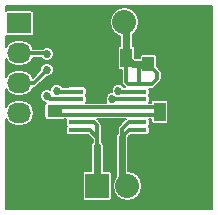
<source format=gbr>
G04 #@! TF.FileFunction,Copper,L1,Top,Signal*
%FSLAX46Y46*%
G04 Gerber Fmt 4.6, Leading zero omitted, Abs format (unit mm)*
G04 Created by KiCad (PCBNEW 0.201506122246+5743~23~ubuntu14.10.1-product) date Sat 13 Jun 2015 11:54:28 PM EDT*
%MOMM*%
G01*
G04 APERTURE LIST*
%ADD10C,0.100000*%
%ADD11R,1.000000X1.250000*%
%ADD12R,1.000000X1.600000*%
%ADD13R,1.250000X1.000000*%
%ADD14R,2.032000X2.032000*%
%ADD15O,2.032000X2.032000*%
%ADD16R,2.032000X1.727200*%
%ADD17O,2.032000X1.727200*%
%ADD18R,1.270000X0.406400*%
%ADD19C,0.685800*%
%ADD20C,0.304800*%
%ADD21C,0.609600*%
%ADD22C,0.152400*%
G04 APERTURE END LIST*
D10*
D11*
X167656000Y-116179600D03*
X169656000Y-116179600D03*
D12*
X165774500Y-115633500D03*
X162774500Y-115633500D03*
D13*
X159702500Y-120158000D03*
X159702500Y-122158000D03*
D12*
X168616500Y-120205500D03*
X171616500Y-120205500D03*
D14*
X163068000Y-112623600D03*
D15*
X165608000Y-112623600D03*
D16*
X156718000Y-112712500D03*
D17*
X156718000Y-115252500D03*
X156718000Y-117792500D03*
X156718000Y-120332500D03*
D14*
X163322000Y-126492000D03*
D15*
X165862000Y-126492000D03*
D18*
X161544000Y-117856000D03*
X161544000Y-118491000D03*
X161544000Y-119151400D03*
X161544000Y-119811800D03*
X161544000Y-120446800D03*
X161544000Y-121107200D03*
X161544000Y-121767600D03*
X161544000Y-122402600D03*
X161544000Y-123063000D03*
X161544000Y-123698000D03*
X166878000Y-123698000D03*
X166878000Y-123063000D03*
X166878000Y-122402600D03*
X166878000Y-121767600D03*
X166878000Y-121107200D03*
X166878000Y-120446800D03*
X166878000Y-119811800D03*
X166878000Y-119151400D03*
X166878000Y-118491000D03*
X166878000Y-117856000D03*
D19*
X161163000Y-116141500D03*
X159893000Y-114744500D03*
X161163000Y-114871500D03*
X160337500Y-113474500D03*
X159067500Y-113665000D03*
X159702500Y-112141000D03*
X161036000Y-112204500D03*
X161290000Y-126555500D03*
X160972500Y-127889000D03*
X169799000Y-127952500D03*
X168338500Y-127063500D03*
X169545000Y-126428500D03*
X170688000Y-126682500D03*
X171386500Y-127889000D03*
X172148500Y-126809500D03*
X171831000Y-125603000D03*
X169926000Y-124841000D03*
X168402000Y-125412500D03*
X168211500Y-123825000D03*
X169037000Y-122555000D03*
X170497500Y-123380500D03*
X171894500Y-123761500D03*
X171894500Y-122237500D03*
X170243500Y-121666000D03*
X170053000Y-120269000D03*
X170180000Y-118935500D03*
X168719500Y-118364000D03*
X170053000Y-117475000D03*
X171704000Y-117919500D03*
X171704000Y-116522500D03*
X171704000Y-114871500D03*
X169799000Y-114427000D03*
X170180000Y-113220500D03*
X172275500Y-113411000D03*
X171450000Y-111887000D03*
X169418000Y-111823500D03*
X168084500Y-112776000D03*
X168148000Y-114427000D03*
X156083000Y-123380500D03*
X156591000Y-122364500D03*
X157988000Y-122491500D03*
X157353000Y-123825000D03*
X156210000Y-124587000D03*
X155956000Y-126555500D03*
X156972000Y-127571500D03*
X157416500Y-125412500D03*
X157988000Y-126619000D03*
X158242000Y-127952500D03*
X159702500Y-127762000D03*
X159258000Y-126111000D03*
X158432500Y-124460000D03*
X159321500Y-123444000D03*
X159956500Y-124460000D03*
X160718500Y-125476000D03*
X159893000Y-118427500D03*
X165100000Y-118427500D03*
X159067500Y-115316000D03*
X164592000Y-119126000D03*
X159067500Y-116649500D03*
X159067500Y-118872000D03*
D20*
X161036000Y-114744500D02*
X159893000Y-114744500D01*
X161163000Y-114871500D02*
X161036000Y-114744500D01*
X159258000Y-113474500D02*
X160337500Y-113474500D01*
X159067500Y-113665000D02*
X159258000Y-113474500D01*
X160972500Y-112141000D02*
X159702500Y-112141000D01*
X161036000Y-112204500D02*
X160972500Y-112141000D01*
X161290000Y-127571500D02*
X161290000Y-126555500D01*
X160972500Y-127889000D02*
X161290000Y-127571500D01*
X169227500Y-127952500D02*
X169799000Y-127952500D01*
X168338500Y-127063500D02*
X169227500Y-127952500D01*
X170434000Y-126428500D02*
X169545000Y-126428500D01*
X170688000Y-126682500D02*
X170434000Y-126428500D01*
X171386500Y-127571500D02*
X171386500Y-127889000D01*
X172148500Y-126809500D02*
X171386500Y-127571500D01*
X170688000Y-125603000D02*
X171831000Y-125603000D01*
X169926000Y-124841000D02*
X170688000Y-125603000D01*
X168402000Y-124015500D02*
X168402000Y-125412500D01*
X168211500Y-123825000D02*
X168402000Y-124015500D01*
X169672000Y-122555000D02*
X169037000Y-122555000D01*
X170497500Y-123380500D02*
X169672000Y-122555000D01*
X171894500Y-122237500D02*
X171894500Y-123761500D01*
X170243500Y-120459500D02*
X170243500Y-121666000D01*
X170053000Y-120269000D02*
X170243500Y-120459500D01*
X169291000Y-118935500D02*
X170180000Y-118935500D01*
X168719500Y-118364000D02*
X169291000Y-118935500D01*
X171259500Y-117475000D02*
X170053000Y-117475000D01*
X171704000Y-117919500D02*
X171259500Y-117475000D01*
X171704000Y-114871500D02*
X171704000Y-116522500D01*
X169799000Y-113601500D02*
X169799000Y-114427000D01*
X170180000Y-113220500D02*
X169799000Y-113601500D01*
X172275500Y-112712500D02*
X172275500Y-113411000D01*
X171450000Y-111887000D02*
X172275500Y-112712500D01*
X169037000Y-111823500D02*
X169418000Y-111823500D01*
X168084500Y-112776000D02*
X169037000Y-111823500D01*
X168465500Y-114427000D02*
X168148000Y-114427000D01*
X169656000Y-115617500D02*
X168465500Y-114427000D01*
X156083000Y-122872500D02*
X156083000Y-123380500D01*
X156591000Y-122364500D02*
X156083000Y-122872500D01*
X157988000Y-123190000D02*
X157988000Y-122491500D01*
X157353000Y-123825000D02*
X157988000Y-123190000D01*
X156210000Y-126301500D02*
X156210000Y-124587000D01*
X155956000Y-126555500D02*
X156210000Y-126301500D01*
X156972000Y-125857000D02*
X156972000Y-127571500D01*
X157416500Y-125412500D02*
X156972000Y-125857000D01*
X157988000Y-127698500D02*
X157988000Y-126619000D01*
X158242000Y-127952500D02*
X157988000Y-127698500D01*
X159702500Y-126555500D02*
X159702500Y-127762000D01*
X159258000Y-126111000D02*
X159702500Y-126555500D01*
X158432500Y-124333000D02*
X158432500Y-124460000D01*
X159321500Y-123444000D02*
X158432500Y-124333000D01*
X159956500Y-124714000D02*
X159956500Y-124460000D01*
X160718500Y-125476000D02*
X159956500Y-124714000D01*
X169656000Y-116179600D02*
X169656000Y-115617500D01*
D21*
X165774500Y-112790100D02*
X165608000Y-112623600D01*
X165774500Y-115633500D02*
X165774500Y-112790100D01*
X166320600Y-116179600D02*
X165774500Y-115633500D01*
X167656000Y-116179600D02*
X166320600Y-116179600D01*
D20*
X165925500Y-117856000D02*
X165774500Y-117705000D01*
X165774500Y-117705000D02*
X165774500Y-115633500D01*
X166878000Y-117856000D02*
X165925500Y-117856000D01*
X167284400Y-116179600D02*
X167656000Y-116179600D01*
X166878000Y-116586000D02*
X167284400Y-116179600D01*
X166878000Y-117856000D02*
X166878000Y-116586000D01*
X167957500Y-117856000D02*
X168402000Y-117411500D01*
X168402000Y-117411500D02*
X168402000Y-116925600D01*
X168402000Y-116925600D02*
X167656000Y-116179600D01*
X166878000Y-117856000D02*
X167957500Y-117856000D01*
X168375200Y-120446800D02*
X168616500Y-120205500D01*
X166878000Y-120446800D02*
X168375200Y-120446800D01*
X168222800Y-119811800D02*
X168616500Y-120205500D01*
X166878000Y-119811800D02*
X168222800Y-119811800D01*
X160143700Y-119811800D02*
X159750000Y-120205500D01*
X161544000Y-119811800D02*
X160143700Y-119811800D01*
X159991300Y-120446800D02*
X159750000Y-120205500D01*
X161544000Y-120446800D02*
X159991300Y-120446800D01*
X161544000Y-119811800D02*
X166878000Y-119811800D01*
X166878000Y-120446800D02*
X161544000Y-120446800D01*
X159956500Y-118491000D02*
X161544000Y-118491000D01*
X159893000Y-118427500D02*
X159956500Y-118491000D01*
X156718000Y-115252500D02*
X159004000Y-115252500D01*
X165163500Y-118491000D02*
X166878000Y-118491000D01*
X165100000Y-118427500D02*
X165163500Y-118491000D01*
X159004000Y-115252500D02*
X159067500Y-115316000D01*
X156718000Y-117792500D02*
X157924500Y-117792500D01*
X164617400Y-119151400D02*
X166878000Y-119151400D01*
X164592000Y-119126000D02*
X164617400Y-119151400D01*
X157924500Y-117792500D02*
X159067500Y-116649500D01*
X161544000Y-119151400D02*
X159346900Y-119151400D01*
X159346900Y-119151400D02*
X159067500Y-118872000D01*
X162661600Y-121767600D02*
X163322000Y-122428000D01*
D21*
X163322000Y-123126500D02*
X163322000Y-126492000D01*
D20*
X163322000Y-122428000D02*
X163322000Y-123126500D01*
X161544000Y-121767600D02*
X162661600Y-121767600D01*
X163080700Y-121107200D02*
X163322000Y-121348500D01*
X163322000Y-121348500D02*
X163322000Y-123126500D01*
X161544000Y-121107200D02*
X163080700Y-121107200D01*
X165417500Y-126047500D02*
X165862000Y-126492000D01*
X165976300Y-121107200D02*
X165417500Y-121666000D01*
D21*
X165417500Y-122364500D02*
X165417500Y-126047500D01*
D20*
X165417500Y-121666000D02*
X165417500Y-122364500D01*
X166878000Y-121107200D02*
X165976300Y-121107200D01*
X166014400Y-121767600D02*
X165417500Y-122364500D01*
X166878000Y-121767600D02*
X166014400Y-121767600D01*
D22*
G36*
X158193908Y-118061908D02*
X158193908Y-118061908D01*
X159034845Y-117220971D01*
X159180680Y-117221099D01*
X159390806Y-117134276D01*
X159551711Y-116973651D01*
X159638900Y-116763677D01*
X159639099Y-116536320D01*
X159552276Y-116326194D01*
X159391651Y-116165289D01*
X159181677Y-116078100D01*
X158954320Y-116077901D01*
X158744194Y-116164724D01*
X158583289Y-116325349D01*
X158496100Y-116535323D01*
X158495971Y-116682213D01*
X157863712Y-117314472D01*
X157667085Y-117020198D01*
X157312750Y-116783439D01*
X156894783Y-116700300D01*
X156541217Y-116700300D01*
X156123250Y-116783439D01*
X155768915Y-117020198D01*
X155599600Y-117273596D01*
X155599600Y-115771404D01*
X155768915Y-116024802D01*
X156123250Y-116261561D01*
X156541217Y-116344700D01*
X156894783Y-116344700D01*
X157312750Y-116261561D01*
X157667085Y-116024802D01*
X157903844Y-115670467D01*
X157911197Y-115633500D01*
X158580325Y-115633500D01*
X158582724Y-115639306D01*
X158743349Y-115800211D01*
X158953323Y-115887400D01*
X159180680Y-115887599D01*
X159390806Y-115800776D01*
X159551711Y-115640151D01*
X159638900Y-115430177D01*
X159639099Y-115202820D01*
X159552276Y-114992694D01*
X159391651Y-114831789D01*
X159181677Y-114744600D01*
X158954320Y-114744401D01*
X158744194Y-114831224D01*
X158703848Y-114871500D01*
X157911197Y-114871500D01*
X157903844Y-114834533D01*
X157667085Y-114480198D01*
X157312750Y-114243439D01*
X156894783Y-114160300D01*
X156541217Y-114160300D01*
X156123250Y-114243439D01*
X155768915Y-114480198D01*
X155599600Y-114733596D01*
X155599600Y-113782699D01*
X155612129Y-113791156D01*
X155702000Y-113809179D01*
X157734000Y-113809179D01*
X157821164Y-113792267D01*
X157897774Y-113741942D01*
X157949056Y-113665971D01*
X157967079Y-113576100D01*
X157967079Y-111848900D01*
X157950167Y-111761736D01*
X157899842Y-111685126D01*
X157823871Y-111633844D01*
X157734000Y-111615821D01*
X155702000Y-111615821D01*
X155614836Y-111632733D01*
X155599600Y-111642742D01*
X155599600Y-111354617D01*
X165608000Y-111354617D01*
X165131712Y-111449357D01*
X164727935Y-111719152D01*
X164458140Y-112122929D01*
X164363400Y-112599217D01*
X164363400Y-112647983D01*
X164458140Y-113124271D01*
X164727935Y-113528048D01*
X165131712Y-113797843D01*
X165241100Y-113819602D01*
X165241100Y-114606901D01*
X165187336Y-114617333D01*
X165110726Y-114667658D01*
X165059444Y-114743629D01*
X165041421Y-114833500D01*
X165041421Y-116433500D01*
X165058333Y-116520664D01*
X165108658Y-116597274D01*
X165184629Y-116648556D01*
X165274500Y-116666579D01*
X165393500Y-116666579D01*
X165393500Y-117705000D01*
X165422502Y-117850803D01*
X165505092Y-117974408D01*
X165640684Y-118110000D01*
X165587175Y-118110000D01*
X165584776Y-118104194D01*
X165424151Y-117943289D01*
X165214177Y-117856100D01*
X164986820Y-117855901D01*
X164776694Y-117942724D01*
X164615789Y-118103349D01*
X164528600Y-118313323D01*
X164528401Y-118540680D01*
X164534090Y-118554449D01*
X164478820Y-118554401D01*
X164268694Y-118641224D01*
X164107789Y-118801849D01*
X164020600Y-119011823D01*
X164020401Y-119239180D01*
X164099577Y-119430800D01*
X162396798Y-119430800D01*
X162412079Y-119354600D01*
X162412079Y-118948200D01*
X162395167Y-118861036D01*
X162368996Y-118821196D01*
X162394056Y-118784071D01*
X162412079Y-118694200D01*
X162412079Y-118287800D01*
X162395167Y-118200636D01*
X162344842Y-118124026D01*
X162268871Y-118072744D01*
X162179000Y-118054721D01*
X160909000Y-118054721D01*
X160821836Y-118071633D01*
X160763430Y-118110000D01*
X160380175Y-118110000D01*
X160377776Y-118104194D01*
X160217151Y-117943289D01*
X160007177Y-117856100D01*
X159779820Y-117855901D01*
X159569694Y-117942724D01*
X159408789Y-118103349D01*
X159321600Y-118313323D01*
X159321560Y-118358685D01*
X159181677Y-118300600D01*
X158954320Y-118300401D01*
X158744194Y-118387224D01*
X158583289Y-118547849D01*
X158496100Y-118757823D01*
X158495901Y-118985180D01*
X158582724Y-119195306D01*
X158743349Y-119356211D01*
X158953323Y-119443400D01*
X158987904Y-119443430D01*
X158913726Y-119492158D01*
X158862444Y-119568129D01*
X158844421Y-119658000D01*
X158844421Y-120658000D01*
X158861333Y-120745164D01*
X158911658Y-120821774D01*
X158987629Y-120873056D01*
X159077500Y-120891079D01*
X160327500Y-120891079D01*
X160414664Y-120874167D01*
X160485249Y-120827800D01*
X160691202Y-120827800D01*
X160675921Y-120904000D01*
X160675921Y-121310400D01*
X160692833Y-121397564D01*
X160719004Y-121437404D01*
X160693944Y-121474529D01*
X160675921Y-121564400D01*
X160675921Y-121970800D01*
X160692833Y-122057964D01*
X160743158Y-122134574D01*
X160819129Y-122185856D01*
X160909000Y-122203879D01*
X162179000Y-122203879D01*
X162266164Y-122186967D01*
X162324570Y-122148600D01*
X162503784Y-122148600D01*
X162941000Y-122585815D01*
X162941000Y-122755060D01*
X162829203Y-122922377D01*
X162788600Y-123126500D01*
X162788600Y-125242921D01*
X162306000Y-125242921D01*
X162218836Y-125259833D01*
X162142226Y-125310158D01*
X162090944Y-125386129D01*
X162072921Y-125476000D01*
X162072921Y-127508000D01*
X162089833Y-127595164D01*
X162140158Y-127671774D01*
X162216129Y-127723056D01*
X162306000Y-127741079D01*
X164338000Y-127741079D01*
X164425164Y-127724167D01*
X164501774Y-127673842D01*
X164553056Y-127597871D01*
X164571079Y-127508000D01*
X164571079Y-125476000D01*
X164554167Y-125388836D01*
X164503842Y-125312226D01*
X164427871Y-125260944D01*
X164338000Y-125242921D01*
X163855400Y-125242921D01*
X163855400Y-123126500D01*
X163814797Y-122922377D01*
X163703000Y-122755060D01*
X163703000Y-122428005D01*
X163703001Y-122428000D01*
X163703000Y-122427995D01*
X163703000Y-121348505D01*
X163703001Y-121348500D01*
X163673998Y-121202698D01*
X163651665Y-121169274D01*
X163591408Y-121079092D01*
X163591405Y-121079090D01*
X163350108Y-120837792D01*
X163335154Y-120827800D01*
X165721846Y-120827800D01*
X165706892Y-120837792D01*
X165706890Y-120837795D01*
X165148092Y-121396592D01*
X165065502Y-121520197D01*
X165046066Y-121617908D01*
X165036500Y-121666000D01*
X165036500Y-121993060D01*
X164924703Y-122160377D01*
X164884100Y-122364500D01*
X164884100Y-125733973D01*
X164712140Y-125991329D01*
X164617400Y-126467617D01*
X164617400Y-126516383D01*
X164712140Y-126992671D01*
X164981935Y-127396448D01*
X165385712Y-127666243D01*
X165862000Y-127760983D01*
X166338288Y-127666243D01*
X166742065Y-127396448D01*
X167011860Y-126992671D01*
X167106600Y-126516383D01*
X167106600Y-126467617D01*
X167011860Y-125991329D01*
X166742065Y-125587552D01*
X166338288Y-125317757D01*
X165950900Y-125240700D01*
X165950900Y-122369916D01*
X166142282Y-122178534D01*
X166153129Y-122185856D01*
X166243000Y-122203879D01*
X167513000Y-122203879D01*
X167600164Y-122186967D01*
X167676774Y-122136642D01*
X167728056Y-122060671D01*
X167746079Y-121970800D01*
X167746079Y-121564400D01*
X167729167Y-121477236D01*
X167702996Y-121437396D01*
X167728056Y-121400271D01*
X167746079Y-121310400D01*
X167746079Y-120904000D01*
X167731294Y-120827800D01*
X167883421Y-120827800D01*
X167883421Y-121005500D01*
X167900333Y-121092664D01*
X167950658Y-121169274D01*
X168026629Y-121220556D01*
X168116500Y-121238579D01*
X169116500Y-121238579D01*
X169203664Y-121221667D01*
X169280274Y-121171342D01*
X169331556Y-121095371D01*
X169349579Y-121005500D01*
X169349579Y-119405500D01*
X169332667Y-119318336D01*
X169282342Y-119241726D01*
X169206371Y-119190444D01*
X169116500Y-119172421D01*
X168116500Y-119172421D01*
X168029336Y-119189333D01*
X167952726Y-119239658D01*
X167901444Y-119315629D01*
X167883421Y-119405500D01*
X167883421Y-119430800D01*
X167730798Y-119430800D01*
X167746079Y-119354600D01*
X167746079Y-118948200D01*
X167729167Y-118861036D01*
X167702996Y-118821196D01*
X167728056Y-118784071D01*
X167746079Y-118694200D01*
X167746079Y-118287800D01*
X167736223Y-118237000D01*
X167957500Y-118237000D01*
X168103303Y-118207998D01*
X168226908Y-118125408D01*
X168671408Y-117680908D01*
X168753998Y-117557303D01*
X168783000Y-117411500D01*
X168783000Y-116925600D01*
X168769038Y-116855408D01*
X168753998Y-116779797D01*
X168709365Y-116713000D01*
X168671408Y-116656192D01*
X168671405Y-116656190D01*
X168389079Y-116373864D01*
X168389079Y-115554600D01*
X168372167Y-115467436D01*
X168321842Y-115390826D01*
X168245871Y-115339544D01*
X168156000Y-115321521D01*
X167156000Y-115321521D01*
X167068836Y-115338433D01*
X166992226Y-115388758D01*
X166940944Y-115464729D01*
X166922921Y-115554600D01*
X166922921Y-115646200D01*
X166541542Y-115646200D01*
X166507579Y-115612237D01*
X166507579Y-114833500D01*
X166490667Y-114746336D01*
X166440342Y-114669726D01*
X166364371Y-114618444D01*
X166307900Y-114607119D01*
X166307900Y-113648430D01*
X166488065Y-113528048D01*
X166757860Y-113124271D01*
X166852600Y-112647983D01*
X166852600Y-112599217D01*
X166757860Y-112122929D01*
X166488065Y-111719152D01*
X166084288Y-111449357D01*
X165608000Y-111354617D01*
X155599600Y-111354617D01*
X155599600Y-111213100D01*
X173012900Y-111213100D01*
X173012900Y-128435900D01*
X155599600Y-128435900D01*
X155599600Y-120851404D01*
X155768915Y-121104802D01*
X156123250Y-121341561D01*
X156541217Y-121424700D01*
X156894783Y-121424700D01*
X157312750Y-121341561D01*
X157667085Y-121104802D01*
X157903844Y-120750467D01*
X157986983Y-120332500D01*
X157903844Y-119914533D01*
X157667085Y-119560198D01*
X157312750Y-119323439D01*
X156894783Y-119240300D01*
X156541217Y-119240300D01*
X156123250Y-119323439D01*
X155768915Y-119560198D01*
X155599600Y-119813596D01*
X155599600Y-118311404D01*
X155768915Y-118564802D01*
X156123250Y-118801561D01*
X156541217Y-118884700D01*
X156894783Y-118884700D01*
X157312750Y-118801561D01*
X157667085Y-118564802D01*
X157903844Y-118210467D01*
X157911197Y-118173500D01*
X157924500Y-118173500D01*
X158070303Y-118144498D01*
X158193908Y-118061908D01*
X158193908Y-118061908D01*
G37*
X158193908Y-118061908D02*
X158193908Y-118061908D01*
X159034845Y-117220971D01*
X159180680Y-117221099D01*
X159390806Y-117134276D01*
X159551711Y-116973651D01*
X159638900Y-116763677D01*
X159639099Y-116536320D01*
X159552276Y-116326194D01*
X159391651Y-116165289D01*
X159181677Y-116078100D01*
X158954320Y-116077901D01*
X158744194Y-116164724D01*
X158583289Y-116325349D01*
X158496100Y-116535323D01*
X158495971Y-116682213D01*
X157863712Y-117314472D01*
X157667085Y-117020198D01*
X157312750Y-116783439D01*
X156894783Y-116700300D01*
X156541217Y-116700300D01*
X156123250Y-116783439D01*
X155768915Y-117020198D01*
X155599600Y-117273596D01*
X155599600Y-115771404D01*
X155768915Y-116024802D01*
X156123250Y-116261561D01*
X156541217Y-116344700D01*
X156894783Y-116344700D01*
X157312750Y-116261561D01*
X157667085Y-116024802D01*
X157903844Y-115670467D01*
X157911197Y-115633500D01*
X158580325Y-115633500D01*
X158582724Y-115639306D01*
X158743349Y-115800211D01*
X158953323Y-115887400D01*
X159180680Y-115887599D01*
X159390806Y-115800776D01*
X159551711Y-115640151D01*
X159638900Y-115430177D01*
X159639099Y-115202820D01*
X159552276Y-114992694D01*
X159391651Y-114831789D01*
X159181677Y-114744600D01*
X158954320Y-114744401D01*
X158744194Y-114831224D01*
X158703848Y-114871500D01*
X157911197Y-114871500D01*
X157903844Y-114834533D01*
X157667085Y-114480198D01*
X157312750Y-114243439D01*
X156894783Y-114160300D01*
X156541217Y-114160300D01*
X156123250Y-114243439D01*
X155768915Y-114480198D01*
X155599600Y-114733596D01*
X155599600Y-113782699D01*
X155612129Y-113791156D01*
X155702000Y-113809179D01*
X157734000Y-113809179D01*
X157821164Y-113792267D01*
X157897774Y-113741942D01*
X157949056Y-113665971D01*
X157967079Y-113576100D01*
X157967079Y-111848900D01*
X157950167Y-111761736D01*
X157899842Y-111685126D01*
X157823871Y-111633844D01*
X157734000Y-111615821D01*
X155702000Y-111615821D01*
X155614836Y-111632733D01*
X155599600Y-111642742D01*
X155599600Y-111354617D01*
X165608000Y-111354617D01*
X165131712Y-111449357D01*
X164727935Y-111719152D01*
X164458140Y-112122929D01*
X164363400Y-112599217D01*
X164363400Y-112647983D01*
X164458140Y-113124271D01*
X164727935Y-113528048D01*
X165131712Y-113797843D01*
X165241100Y-113819602D01*
X165241100Y-114606901D01*
X165187336Y-114617333D01*
X165110726Y-114667658D01*
X165059444Y-114743629D01*
X165041421Y-114833500D01*
X165041421Y-116433500D01*
X165058333Y-116520664D01*
X165108658Y-116597274D01*
X165184629Y-116648556D01*
X165274500Y-116666579D01*
X165393500Y-116666579D01*
X165393500Y-117705000D01*
X165422502Y-117850803D01*
X165505092Y-117974408D01*
X165640684Y-118110000D01*
X165587175Y-118110000D01*
X165584776Y-118104194D01*
X165424151Y-117943289D01*
X165214177Y-117856100D01*
X164986820Y-117855901D01*
X164776694Y-117942724D01*
X164615789Y-118103349D01*
X164528600Y-118313323D01*
X164528401Y-118540680D01*
X164534090Y-118554449D01*
X164478820Y-118554401D01*
X164268694Y-118641224D01*
X164107789Y-118801849D01*
X164020600Y-119011823D01*
X164020401Y-119239180D01*
X164099577Y-119430800D01*
X162396798Y-119430800D01*
X162412079Y-119354600D01*
X162412079Y-118948200D01*
X162395167Y-118861036D01*
X162368996Y-118821196D01*
X162394056Y-118784071D01*
X162412079Y-118694200D01*
X162412079Y-118287800D01*
X162395167Y-118200636D01*
X162344842Y-118124026D01*
X162268871Y-118072744D01*
X162179000Y-118054721D01*
X160909000Y-118054721D01*
X160821836Y-118071633D01*
X160763430Y-118110000D01*
X160380175Y-118110000D01*
X160377776Y-118104194D01*
X160217151Y-117943289D01*
X160007177Y-117856100D01*
X159779820Y-117855901D01*
X159569694Y-117942724D01*
X159408789Y-118103349D01*
X159321600Y-118313323D01*
X159321560Y-118358685D01*
X159181677Y-118300600D01*
X158954320Y-118300401D01*
X158744194Y-118387224D01*
X158583289Y-118547849D01*
X158496100Y-118757823D01*
X158495901Y-118985180D01*
X158582724Y-119195306D01*
X158743349Y-119356211D01*
X158953323Y-119443400D01*
X158987904Y-119443430D01*
X158913726Y-119492158D01*
X158862444Y-119568129D01*
X158844421Y-119658000D01*
X158844421Y-120658000D01*
X158861333Y-120745164D01*
X158911658Y-120821774D01*
X158987629Y-120873056D01*
X159077500Y-120891079D01*
X160327500Y-120891079D01*
X160414664Y-120874167D01*
X160485249Y-120827800D01*
X160691202Y-120827800D01*
X160675921Y-120904000D01*
X160675921Y-121310400D01*
X160692833Y-121397564D01*
X160719004Y-121437404D01*
X160693944Y-121474529D01*
X160675921Y-121564400D01*
X160675921Y-121970800D01*
X160692833Y-122057964D01*
X160743158Y-122134574D01*
X160819129Y-122185856D01*
X160909000Y-122203879D01*
X162179000Y-122203879D01*
X162266164Y-122186967D01*
X162324570Y-122148600D01*
X162503784Y-122148600D01*
X162941000Y-122585815D01*
X162941000Y-122755060D01*
X162829203Y-122922377D01*
X162788600Y-123126500D01*
X162788600Y-125242921D01*
X162306000Y-125242921D01*
X162218836Y-125259833D01*
X162142226Y-125310158D01*
X162090944Y-125386129D01*
X162072921Y-125476000D01*
X162072921Y-127508000D01*
X162089833Y-127595164D01*
X162140158Y-127671774D01*
X162216129Y-127723056D01*
X162306000Y-127741079D01*
X164338000Y-127741079D01*
X164425164Y-127724167D01*
X164501774Y-127673842D01*
X164553056Y-127597871D01*
X164571079Y-127508000D01*
X164571079Y-125476000D01*
X164554167Y-125388836D01*
X164503842Y-125312226D01*
X164427871Y-125260944D01*
X164338000Y-125242921D01*
X163855400Y-125242921D01*
X163855400Y-123126500D01*
X163814797Y-122922377D01*
X163703000Y-122755060D01*
X163703000Y-122428005D01*
X163703001Y-122428000D01*
X163703000Y-122427995D01*
X163703000Y-121348505D01*
X163703001Y-121348500D01*
X163673998Y-121202698D01*
X163651665Y-121169274D01*
X163591408Y-121079092D01*
X163591405Y-121079090D01*
X163350108Y-120837792D01*
X163335154Y-120827800D01*
X165721846Y-120827800D01*
X165706892Y-120837792D01*
X165706890Y-120837795D01*
X165148092Y-121396592D01*
X165065502Y-121520197D01*
X165046066Y-121617908D01*
X165036500Y-121666000D01*
X165036500Y-121993060D01*
X164924703Y-122160377D01*
X164884100Y-122364500D01*
X164884100Y-125733973D01*
X164712140Y-125991329D01*
X164617400Y-126467617D01*
X164617400Y-126516383D01*
X164712140Y-126992671D01*
X164981935Y-127396448D01*
X165385712Y-127666243D01*
X165862000Y-127760983D01*
X166338288Y-127666243D01*
X166742065Y-127396448D01*
X167011860Y-126992671D01*
X167106600Y-126516383D01*
X167106600Y-126467617D01*
X167011860Y-125991329D01*
X166742065Y-125587552D01*
X166338288Y-125317757D01*
X165950900Y-125240700D01*
X165950900Y-122369916D01*
X166142282Y-122178534D01*
X166153129Y-122185856D01*
X166243000Y-122203879D01*
X167513000Y-122203879D01*
X167600164Y-122186967D01*
X167676774Y-122136642D01*
X167728056Y-122060671D01*
X167746079Y-121970800D01*
X167746079Y-121564400D01*
X167729167Y-121477236D01*
X167702996Y-121437396D01*
X167728056Y-121400271D01*
X167746079Y-121310400D01*
X167746079Y-120904000D01*
X167731294Y-120827800D01*
X167883421Y-120827800D01*
X167883421Y-121005500D01*
X167900333Y-121092664D01*
X167950658Y-121169274D01*
X168026629Y-121220556D01*
X168116500Y-121238579D01*
X169116500Y-121238579D01*
X169203664Y-121221667D01*
X169280274Y-121171342D01*
X169331556Y-121095371D01*
X169349579Y-121005500D01*
X169349579Y-119405500D01*
X169332667Y-119318336D01*
X169282342Y-119241726D01*
X169206371Y-119190444D01*
X169116500Y-119172421D01*
X168116500Y-119172421D01*
X168029336Y-119189333D01*
X167952726Y-119239658D01*
X167901444Y-119315629D01*
X167883421Y-119405500D01*
X167883421Y-119430800D01*
X167730798Y-119430800D01*
X167746079Y-119354600D01*
X167746079Y-118948200D01*
X167729167Y-118861036D01*
X167702996Y-118821196D01*
X167728056Y-118784071D01*
X167746079Y-118694200D01*
X167746079Y-118287800D01*
X167736223Y-118237000D01*
X167957500Y-118237000D01*
X168103303Y-118207998D01*
X168226908Y-118125408D01*
X168671408Y-117680908D01*
X168753998Y-117557303D01*
X168783000Y-117411500D01*
X168783000Y-116925600D01*
X168769038Y-116855408D01*
X168753998Y-116779797D01*
X168709365Y-116713000D01*
X168671408Y-116656192D01*
X168671405Y-116656190D01*
X168389079Y-116373864D01*
X168389079Y-115554600D01*
X168372167Y-115467436D01*
X168321842Y-115390826D01*
X168245871Y-115339544D01*
X168156000Y-115321521D01*
X167156000Y-115321521D01*
X167068836Y-115338433D01*
X166992226Y-115388758D01*
X166940944Y-115464729D01*
X166922921Y-115554600D01*
X166922921Y-115646200D01*
X166541542Y-115646200D01*
X166507579Y-115612237D01*
X166507579Y-114833500D01*
X166490667Y-114746336D01*
X166440342Y-114669726D01*
X166364371Y-114618444D01*
X166307900Y-114607119D01*
X166307900Y-113648430D01*
X166488065Y-113528048D01*
X166757860Y-113124271D01*
X166852600Y-112647983D01*
X166852600Y-112599217D01*
X166757860Y-112122929D01*
X166488065Y-111719152D01*
X166084288Y-111449357D01*
X165608000Y-111354617D01*
X155599600Y-111354617D01*
X155599600Y-111213100D01*
X173012900Y-111213100D01*
X173012900Y-128435900D01*
X155599600Y-128435900D01*
X155599600Y-120851404D01*
X155768915Y-121104802D01*
X156123250Y-121341561D01*
X156541217Y-121424700D01*
X156894783Y-121424700D01*
X157312750Y-121341561D01*
X157667085Y-121104802D01*
X157903844Y-120750467D01*
X157986983Y-120332500D01*
X157903844Y-119914533D01*
X157667085Y-119560198D01*
X157312750Y-119323439D01*
X156894783Y-119240300D01*
X156541217Y-119240300D01*
X156123250Y-119323439D01*
X155768915Y-119560198D01*
X155599600Y-119813596D01*
X155599600Y-118311404D01*
X155768915Y-118564802D01*
X156123250Y-118801561D01*
X156541217Y-118884700D01*
X156894783Y-118884700D01*
X157312750Y-118801561D01*
X157667085Y-118564802D01*
X157903844Y-118210467D01*
X157911197Y-118173500D01*
X157924500Y-118173500D01*
X158070303Y-118144498D01*
X158193908Y-118061908D01*
M02*

</source>
